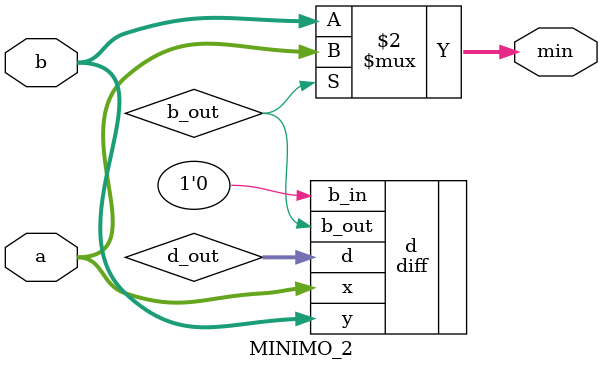
<source format=v>
module ABC(
    x1, x2, x3,
    eoc1, eoc2, eoc3,
    soc,
    min, dav_, rfd,
    clock, reset_
);
    input [7:0] x1, x2, x3;
    input eoc1, eoc2, eoc3;
    output soc;
    output [7:0]min;
    output dav_;
    input rfd;
    input clock, reset_;

    reg SOC;
    assign soc = SOC;
    reg [7:0] MIN;
    assign min = MIN;
    reg DAV_;
    assign dav_ = DAV_;

    reg [1:0] STAR;
    localparam 
        S0 = 0,
        S1 = 1,
        S2 = 2,
        S3 = 3;

    wire [7:0] out_rc;
    MINIMO_3 min_rc(
        .a(x1), .b(x2), .c(x3),
        .min(out_rc)
    );

    always @(reset_ == 0) #1 begin
        SOC <= 0;
        DAV_ <= 1;
        STAR <= 0;
    end

    always @(posedge clock) if(reset_ == 1) #3 begin
        casex (STAR)
            S0: begin
                SOC <= 1;
                STAR <= ({eoc1, eoc2, eoc3} == 3'b000) ? S1 : S0;
            end

            S1: begin
                SOC <= 0;
                MIN <= out_rc;
                STAR <= ({eoc1, eoc2, eoc3} == 3'b111) ? S2 : S1;
            end

            S2: begin
                DAV_ <= 0;
                STAR <= (rfd == 1) ? S2 : S3;
            end

            S3: begin
                DAV_ <= 1;
                STAR <= (rfd == 0) ? S3 : S0;
            end

        endcase
    end

endmodule

// descrizione: non sara' valutata
// module MINIMO_3(
//     a, b, c,
//     min
// );
//     input [7:0] a, b, c;
//     output [7:0] min;

//     assign #2 min = (a >= b) ? ((b >= c) ? c : b )
//                              : ((a >= c) ? c : a );

// endmodule

module MINIMO_3(
    a, b, c,
    min
);
    input [7:0] a, b, c;
    output [7:0] min;

    // min_3(a, b, c) = min_2( min_2(a, b), c );

    wire [7:0] m_ab_out;
    MINIMO_2 m_ab(
        .a(a), .b(b),
        .min(m_ab_out)
    );

    MINIMO_2 m_abc(
        .a(m_ab_out), .b(c),
        .min(min)
    );

endmodule

module MINIMO_2(
    a, b,
    min
);
    input [7:0] a, b;
    output [7:0] min;

    wire [7:0] d_out;
    wire b_out;
    diff #( .N(8) ) d(
        .x(a), .y(b), .b_in(1'b0),
        .d(d_out), .b_out(b_out)
    );

    assign min = b_out == 1 ? a : b;    

endmodule

</source>
